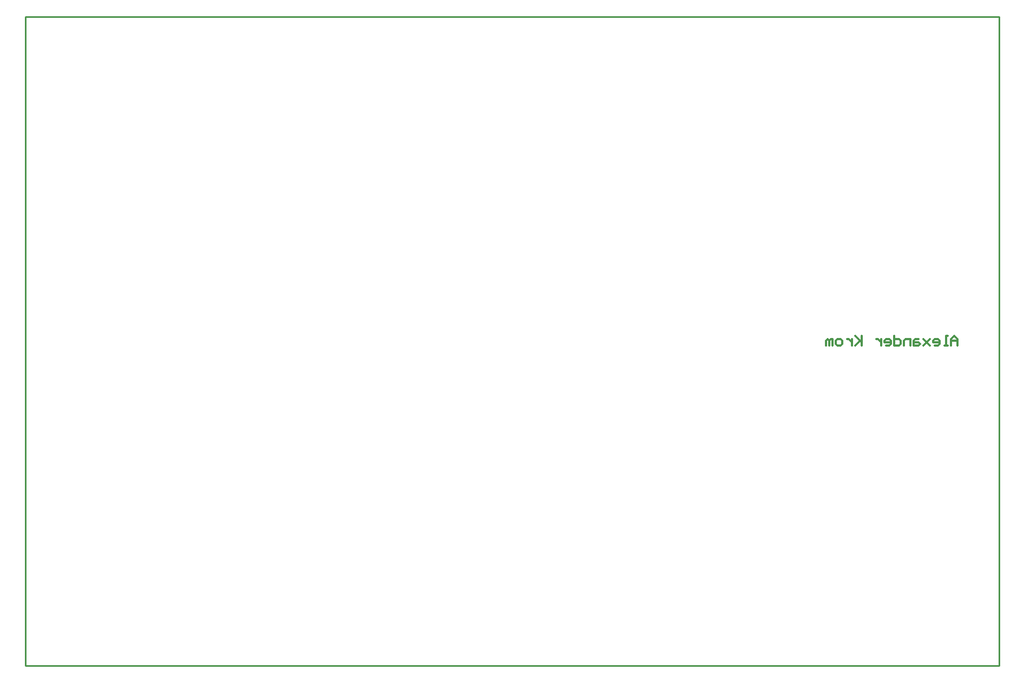
<source format=gbo>
G04*
G04 #@! TF.GenerationSoftware,Altium Limited,Altium Designer,20.0.12 (288)*
G04*
G04 Layer_Color=32896*
%FSLAX23Y23*%
%MOIN*%
G70*
G01*
G75*
%ADD14C,0.010*%
%ADD60C,0.014*%
D14*
X1600Y5000D02*
X7600D01*
Y1000D02*
Y5000D01*
X1600Y1000D02*
X7600D01*
X1600D02*
Y5000D01*
D60*
X7346Y2974D02*
Y3014D01*
X7326Y3034D01*
X7306Y3014D01*
Y2974D01*
Y3004D01*
X7346D01*
X7286Y2974D02*
X7266D01*
X7276D01*
Y3034D01*
X7286D01*
X7206Y2974D02*
X7226D01*
X7236Y2984D01*
Y3004D01*
X7226Y3014D01*
X7206D01*
X7196Y3004D01*
Y2994D01*
X7236D01*
X7176Y3014D02*
X7136Y2974D01*
X7156Y2994D01*
X7136Y3014D01*
X7176Y2974D01*
X7106Y3014D02*
X7086D01*
X7076Y3004D01*
Y2974D01*
X7106D01*
X7116Y2984D01*
X7106Y2994D01*
X7076D01*
X7056Y2974D02*
Y3014D01*
X7026D01*
X7016Y3004D01*
Y2974D01*
X6956Y3034D02*
Y2974D01*
X6986D01*
X6996Y2984D01*
Y3004D01*
X6986Y3014D01*
X6956D01*
X6906Y2974D02*
X6926D01*
X6936Y2984D01*
Y3004D01*
X6926Y3014D01*
X6906D01*
X6896Y3004D01*
Y2994D01*
X6936D01*
X6876Y3014D02*
Y2974D01*
Y2994D01*
X6866Y3004D01*
X6856Y3014D01*
X6846D01*
X6756Y3034D02*
Y2974D01*
Y2994D01*
X6716Y3034D01*
X6746Y3004D01*
X6716Y2974D01*
X6696Y3014D02*
Y2974D01*
Y2994D01*
X6686Y3004D01*
X6676Y3014D01*
X6666D01*
X6626Y2974D02*
X6606D01*
X6596Y2984D01*
Y3004D01*
X6606Y3014D01*
X6626D01*
X6636Y3004D01*
Y2984D01*
X6626Y2974D01*
X6576D02*
Y3014D01*
X6566D01*
X6556Y3004D01*
Y2974D01*
Y3004D01*
X6546Y3014D01*
X6536Y3004D01*
Y2974D01*
M02*

</source>
